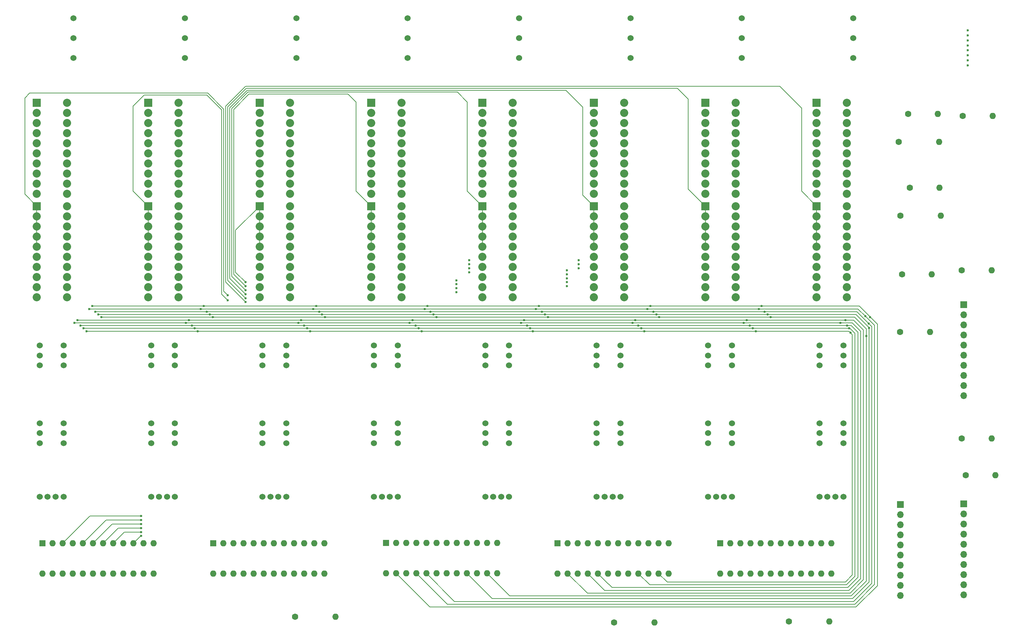
<source format=gbr>
%TF.GenerationSoftware,KiCad,Pcbnew,8.0.6*%
%TF.CreationDate,2024-12-09T18:37:17+11:00*%
%TF.ProjectId,mixer,6d697865-722e-46b6-9963-61645f706362,rev?*%
%TF.SameCoordinates,Original*%
%TF.FileFunction,Copper,L3,Inr*%
%TF.FilePolarity,Positive*%
%FSLAX46Y46*%
G04 Gerber Fmt 4.6, Leading zero omitted, Abs format (unit mm)*
G04 Created by KiCad (PCBNEW 8.0.6) date 2024-12-09 18:37:17*
%MOMM*%
%LPD*%
G01*
G04 APERTURE LIST*
%TA.AperFunction,ComponentPad*%
%ADD10C,1.524000*%
%TD*%
%TA.AperFunction,ComponentPad*%
%ADD11R,2.032000X2.032000*%
%TD*%
%TA.AperFunction,ComponentPad*%
%ADD12C,2.032000*%
%TD*%
%TA.AperFunction,ComponentPad*%
%ADD13C,1.600000*%
%TD*%
%TA.AperFunction,ComponentPad*%
%ADD14O,1.600000X1.600000*%
%TD*%
%TA.AperFunction,ComponentPad*%
%ADD15R,1.700000X1.700000*%
%TD*%
%TA.AperFunction,ComponentPad*%
%ADD16O,1.700000X1.700000*%
%TD*%
%TA.AperFunction,ComponentPad*%
%ADD17R,1.600000X1.600000*%
%TD*%
%TA.AperFunction,ViaPad*%
%ADD18C,0.600000*%
%TD*%
%TA.AperFunction,Conductor*%
%ADD19C,0.200000*%
%TD*%
G04 APERTURE END LIST*
D10*
%TO.N,Net-(U6-I3)*%
%TO.C,solo4*%
X172000000Y-136420000D03*
%TO.N,GND*%
X166000000Y-136420000D03*
%TO.N,Net-(U4-SEG_D)*%
X166000000Y-141420000D03*
%TO.N,Net-(U4-DIG_1)*%
X172000000Y-141420000D03*
%TO.N,N/C*%
X172000000Y-138920000D03*
X166000000Y-138920000D03*
%TD*%
%TO.N,Net-(SW4-C)*%
%TO.C,SW4*%
X174500000Y-64170000D03*
%TO.N,Net-(SW4-B)*%
X174500000Y-54170000D03*
%TO.N,GND*%
X174500000Y-59170000D03*
%TD*%
%TO.N,Net-(U6-I6)*%
%TO.C,solo7*%
X256000000Y-136420000D03*
%TO.N,GND*%
X250000000Y-136420000D03*
%TO.N,Net-(U4-SEG_G)*%
X250000000Y-141420000D03*
%TO.N,Net-(U4-DIG_1)*%
X256000000Y-141420000D03*
%TO.N,N/C*%
X256000000Y-138920000D03*
X250000000Y-138920000D03*
%TD*%
%TO.N,GND*%
%TO.C,oled7*%
X250000000Y-174420000D03*
%TO.N,+5V*%
X252000000Y-174420000D03*
%TO.N,Net-(U7-SC6)*%
X254000000Y-174420000D03*
%TO.N,Net-(U7-SD6)*%
X256000000Y-174420000D03*
%TD*%
%TO.N,Net-(U6-I4)*%
%TO.C,solo5*%
X200000000Y-136420000D03*
%TO.N,GND*%
X194000000Y-136420000D03*
%TO.N,Net-(U4-SEG_E)*%
X194000000Y-141420000D03*
%TO.N,Net-(U4-DIG_1)*%
X200000000Y-141420000D03*
%TO.N,N/C*%
X200000000Y-138920000D03*
X194000000Y-138920000D03*
%TD*%
%TO.N,Net-(SW7-C)*%
%TO.C,SW7*%
X258500000Y-64170000D03*
%TO.N,Net-(SW7-B)*%
X258500000Y-54170000D03*
%TO.N,GND*%
X258500000Y-59170000D03*
%TD*%
D11*
%TO.N,Net-(U9-DIG_7)*%
%TO.C,BAR14*%
X221297500Y-101420000D03*
D12*
X221297500Y-103960000D03*
X221297500Y-106500000D03*
X221297500Y-109040000D03*
X221297500Y-111580000D03*
%TO.N,Net-(U10-DIG_7)*%
X221297500Y-114120000D03*
X221297500Y-116660000D03*
X221297500Y-119200000D03*
X221297500Y-121740000D03*
X221297500Y-124280000D03*
%TO.N,Net-(U10-SEG_E)*%
X228917500Y-124280000D03*
%TO.N,Net-(U10-SEG_D)*%
X228917500Y-121740000D03*
%TO.N,Net-(U10-SEG_C)*%
X228917500Y-119200000D03*
%TO.N,Net-(U10-SEG_B)*%
X228917500Y-116660000D03*
%TO.N,Net-(U10-SEG_A)*%
X228917500Y-114120000D03*
%TO.N,Net-(U9-SEG_E)*%
X228917500Y-111580000D03*
%TO.N,Net-(U9-SEG_D)*%
X228917500Y-109040000D03*
%TO.N,Net-(U9-SEG_C)*%
X228917500Y-106500000D03*
%TO.N,Net-(U9-SEG_B)*%
X228917500Y-103960000D03*
%TO.N,Net-(U9-SEG_A)*%
X228917500Y-101420000D03*
%TD*%
D11*
%TO.N,Net-(U9-DIG_4)*%
%TO.C,BAR10*%
X109297500Y-101420000D03*
D12*
X109297500Y-103960000D03*
X109297500Y-106500000D03*
X109297500Y-109040000D03*
X109297500Y-111580000D03*
%TO.N,Net-(U10-DIG_4)*%
X109297500Y-114120000D03*
X109297500Y-116660000D03*
X109297500Y-119200000D03*
X109297500Y-121740000D03*
X109297500Y-124280000D03*
%TO.N,Net-(U10-SEG_E)*%
X116917500Y-124280000D03*
%TO.N,Net-(U10-SEG_D)*%
X116917500Y-121740000D03*
%TO.N,Net-(U10-SEG_C)*%
X116917500Y-119200000D03*
%TO.N,Net-(U10-SEG_B)*%
X116917500Y-116660000D03*
%TO.N,Net-(U10-SEG_A)*%
X116917500Y-114120000D03*
%TO.N,Net-(U9-SEG_E)*%
X116917500Y-111580000D03*
%TO.N,Net-(U9-SEG_D)*%
X116917500Y-109040000D03*
%TO.N,Net-(U9-SEG_C)*%
X116917500Y-106500000D03*
%TO.N,Net-(U9-SEG_B)*%
X116917500Y-103960000D03*
%TO.N,Net-(U9-SEG_A)*%
X116917500Y-101420000D03*
%TD*%
D10*
%TO.N,Net-(SW8-B)*%
%TO.C,SW8*%
X286500000Y-64170000D03*
%TO.N,Net-(SW8-A)*%
X286500000Y-54170000D03*
%TO.N,GND*%
X286500000Y-59170000D03*
%TD*%
%TO.N,GND*%
%TO.C,oled3*%
X138000000Y-174420000D03*
%TO.N,+5V*%
X140000000Y-174420000D03*
%TO.N,Net-(U7-SC2)*%
X142000000Y-174420000D03*
%TO.N,Net-(U7-SD2)*%
X144000000Y-174420000D03*
%TD*%
%TO.N,GND*%
%TO.C,oled8*%
X278000000Y-174420000D03*
%TO.N,+5V*%
X280000000Y-174420000D03*
%TO.N,Net-(U7-SC7)*%
X282000000Y-174420000D03*
%TO.N,Net-(U7-SD7)*%
X284000000Y-174420000D03*
%TD*%
%TO.N,GND*%
%TO.C,oled1*%
X82000000Y-174420000D03*
%TO.N,+5V*%
X84000000Y-174420000D03*
%TO.N,Net-(U7-SC0)*%
X86000000Y-174420000D03*
%TO.N,Net-(U7-SD0)*%
X88000000Y-174420000D03*
%TD*%
%TO.N,Net-(SW5-A)*%
%TO.C,SW5*%
X202500000Y-64170000D03*
%TO.N,Net-(SW5-C)*%
X202500000Y-54170000D03*
%TO.N,GND*%
X202500000Y-59170000D03*
%TD*%
%TO.N,Net-(U6-I8)*%
%TO.C,mute9*%
X88000000Y-155920000D03*
%TO.N,GND*%
X82000000Y-155920000D03*
%TO.N,Net-(U4-SEG_A)*%
X82000000Y-160920000D03*
%TO.N,Net-(U4-DIG_0)*%
X88000000Y-160920000D03*
%TO.N,N/C*%
X88000000Y-158420000D03*
X82000000Y-158420000D03*
%TD*%
%TO.N,Net-(U6-I11)*%
%TO.C,mute12*%
X172000000Y-155920000D03*
%TO.N,GND*%
X166000000Y-155920000D03*
%TO.N,Net-(U4-SEG_D)*%
X166000000Y-160920000D03*
%TO.N,Net-(U4-DIG_0)*%
X172000000Y-160920000D03*
%TO.N,N/C*%
X172000000Y-158420000D03*
X166000000Y-158420000D03*
%TD*%
D11*
%TO.N,Net-(U9-DIG_1)*%
%TO.C,BAR16*%
X277297500Y-101420000D03*
D12*
X277297500Y-103960000D03*
X277297500Y-106500000D03*
X277297500Y-109040000D03*
X277297500Y-111580000D03*
%TO.N,Net-(U10-DIG_1)*%
X277297500Y-114120000D03*
X277297500Y-116660000D03*
X277297500Y-119200000D03*
X277297500Y-121740000D03*
X277297500Y-124280000D03*
%TO.N,Net-(U10-SEG_E)*%
X284917500Y-124280000D03*
%TO.N,Net-(U10-SEG_D)*%
X284917500Y-121740000D03*
%TO.N,Net-(U10-SEG_C)*%
X284917500Y-119200000D03*
%TO.N,Net-(U10-SEG_B)*%
X284917500Y-116660000D03*
%TO.N,Net-(U10-SEG_A)*%
X284917500Y-114120000D03*
%TO.N,Net-(U9-SEG_E)*%
X284917500Y-111580000D03*
%TO.N,Net-(U9-SEG_D)*%
X284917500Y-109040000D03*
%TO.N,Net-(U9-SEG_C)*%
X284917500Y-106500000D03*
%TO.N,Net-(U9-SEG_B)*%
X284917500Y-103960000D03*
%TO.N,Net-(U9-SEG_A)*%
X284917500Y-101420000D03*
%TD*%
D13*
%TO.N,GND*%
%TO.C,C1*%
X300670000Y-96750000D03*
D14*
%TO.N,+5V*%
X308170000Y-96750000D03*
%TD*%
D13*
%TO.N,GND*%
%TO.C,C2*%
X314000000Y-78750000D03*
D14*
%TO.N,+5V*%
X321500000Y-78750000D03*
%TD*%
D10*
%TO.N,Net-(U6-I7)*%
%TO.C,solo8*%
X284000000Y-136420000D03*
%TO.N,GND*%
X278000000Y-136420000D03*
%TO.N,Net-(U4-SEG_DP)*%
X278000000Y-141420000D03*
%TO.N,Net-(U4-DIG_1)*%
X284000000Y-141420000D03*
%TO.N,N/C*%
X284000000Y-138920000D03*
X278000000Y-138920000D03*
%TD*%
%TO.N,GND*%
%TO.C,oled6*%
X222000000Y-174420000D03*
%TO.N,+5V*%
X224000000Y-174420000D03*
%TO.N,Net-(U7-SC5)*%
X226000000Y-174420000D03*
%TO.N,Net-(U7-SD5)*%
X228000000Y-174420000D03*
%TD*%
D11*
%TO.N,Net-(U9-DIG_0)*%
%TO.C,BAR9*%
X81297500Y-101420000D03*
D12*
X81297500Y-103960000D03*
X81297500Y-106500000D03*
X81297500Y-109040000D03*
X81297500Y-111580000D03*
%TO.N,Net-(U10-DIG_0)*%
X81297500Y-114120000D03*
X81297500Y-116660000D03*
X81297500Y-119200000D03*
X81297500Y-121740000D03*
X81297500Y-124280000D03*
%TO.N,Net-(U10-SEG_E)*%
X88917500Y-124280000D03*
%TO.N,Net-(U10-SEG_D)*%
X88917500Y-121740000D03*
%TO.N,Net-(U10-SEG_C)*%
X88917500Y-119200000D03*
%TO.N,Net-(U10-SEG_B)*%
X88917500Y-116660000D03*
%TO.N,Net-(U10-SEG_A)*%
X88917500Y-114120000D03*
%TO.N,Net-(U9-SEG_E)*%
X88917500Y-111580000D03*
%TO.N,Net-(U9-SEG_D)*%
X88917500Y-109040000D03*
%TO.N,Net-(U9-SEG_C)*%
X88917500Y-106500000D03*
%TO.N,Net-(U9-SEG_B)*%
X88917500Y-103960000D03*
%TO.N,Net-(U9-SEG_A)*%
X88917500Y-101420000D03*
%TD*%
D11*
%TO.N,Net-(U9-DIG_5)*%
%TO.C,BAR15*%
X249297500Y-101420000D03*
D12*
X249297500Y-103960000D03*
X249297500Y-106500000D03*
X249297500Y-109040000D03*
X249297500Y-111580000D03*
%TO.N,Net-(U10-DIG_5)*%
X249297500Y-114120000D03*
X249297500Y-116660000D03*
X249297500Y-119200000D03*
X249297500Y-121740000D03*
X249297500Y-124280000D03*
%TO.N,Net-(U10-SEG_E)*%
X256917500Y-124280000D03*
%TO.N,Net-(U10-SEG_D)*%
X256917500Y-121740000D03*
%TO.N,Net-(U10-SEG_C)*%
X256917500Y-119200000D03*
%TO.N,Net-(U10-SEG_B)*%
X256917500Y-116660000D03*
%TO.N,Net-(U10-SEG_A)*%
X256917500Y-114120000D03*
%TO.N,Net-(U9-SEG_E)*%
X256917500Y-111580000D03*
%TO.N,Net-(U9-SEG_D)*%
X256917500Y-109040000D03*
%TO.N,Net-(U9-SEG_C)*%
X256917500Y-106500000D03*
%TO.N,Net-(U9-SEG_B)*%
X256917500Y-103960000D03*
%TO.N,Net-(U9-SEG_A)*%
X256917500Y-101420000D03*
%TD*%
D10*
%TO.N,GND*%
%TO.C,oled2*%
X110000000Y-174420000D03*
%TO.N,+5V*%
X112000000Y-174420000D03*
%TO.N,Net-(U7-SC1)*%
X114000000Y-174420000D03*
%TO.N,Net-(U7-SD1)*%
X116000000Y-174420000D03*
%TD*%
D11*
%TO.N,Net-(U9-DIG_6)*%
%TO.C,BAR11*%
X137297500Y-101420000D03*
D12*
X137297500Y-103960000D03*
X137297500Y-106500000D03*
X137297500Y-109040000D03*
X137297500Y-111580000D03*
%TO.N,Net-(U10-DIG_6)*%
X137297500Y-114120000D03*
X137297500Y-116660000D03*
X137297500Y-119200000D03*
X137297500Y-121740000D03*
X137297500Y-124280000D03*
%TO.N,Net-(U10-SEG_E)*%
X144917500Y-124280000D03*
%TO.N,Net-(U10-SEG_D)*%
X144917500Y-121740000D03*
%TO.N,Net-(U10-SEG_C)*%
X144917500Y-119200000D03*
%TO.N,Net-(U10-SEG_B)*%
X144917500Y-116660000D03*
%TO.N,Net-(U10-SEG_A)*%
X144917500Y-114120000D03*
%TO.N,Net-(U9-SEG_E)*%
X144917500Y-111580000D03*
%TO.N,Net-(U9-SEG_D)*%
X144917500Y-109040000D03*
%TO.N,Net-(U9-SEG_C)*%
X144917500Y-106500000D03*
%TO.N,Net-(U9-SEG_B)*%
X144917500Y-103960000D03*
%TO.N,Net-(U9-SEG_A)*%
X144917500Y-101420000D03*
%TD*%
D15*
%TO.N,/display/SDA*%
%TO.C, 111*%
X314250000Y-176170000D03*
D16*
%TO.N,unconnected-( 111-Pad2)*%
X314250000Y-178710000D03*
%TO.N,unconnected-( 111-Pad3)*%
X314250000Y-181250000D03*
%TO.N,unconnected-( 111-Pad4)*%
X314250000Y-183790000D03*
%TO.N,unconnected-( 111-Pad5)*%
X314250000Y-186330000D03*
%TO.N,unconnected-( 111-Pad6)*%
X314250000Y-188870000D03*
%TO.N,unconnected-( 111-Pad7)*%
X314250000Y-191410000D03*
%TO.N,unconnected-( 111-Pad8)*%
X314250000Y-193950000D03*
%TO.N,unconnected-( 111-Pad9)*%
X314250000Y-196490000D03*
%TO.N,unconnected-( 111-Pad10)*%
X314250000Y-199030000D03*
%TD*%
D11*
%TO.N,Net-(U11-DIG_2)*%
%TO.C,BAR4*%
X165297500Y-75420000D03*
D12*
X165297500Y-77960000D03*
X165297500Y-80500000D03*
X165297500Y-83040000D03*
X165297500Y-85580000D03*
%TO.N,Net-(U12-DIG_2)*%
X165297500Y-88120000D03*
X165297500Y-90660000D03*
X165297500Y-93200000D03*
X165297500Y-95740000D03*
X165297500Y-98280000D03*
%TO.N,Net-(U12-SEG_E)*%
X172917500Y-98280000D03*
%TO.N,Net-(U12-SEG_D)*%
X172917500Y-95740000D03*
%TO.N,Net-(U12-SEG_C)*%
X172917500Y-93200000D03*
%TO.N,Net-(U12-SEG_B)*%
X172917500Y-90660000D03*
%TO.N,Net-(U12-SEG_A)*%
X172917500Y-88120000D03*
%TO.N,Net-(U11-SEG_E)*%
X172917500Y-85580000D03*
%TO.N,Net-(U11-SEG_D)*%
X172917500Y-83040000D03*
%TO.N,Net-(U11-SEG_C)*%
X172917500Y-80500000D03*
%TO.N,Net-(U11-SEG_B)*%
X172917500Y-77960000D03*
%TO.N,Net-(U11-SEG_A)*%
X172917500Y-75420000D03*
%TD*%
D10*
%TO.N,Net-(SW3-A)*%
%TO.C,SW3*%
X146500000Y-64170000D03*
%TO.N,Net-(SW3-B)*%
X146500000Y-54170000D03*
%TO.N,GND*%
X146500000Y-59170000D03*
%TD*%
D13*
%TO.N,GND*%
%TO.C,R1*%
X146170000Y-204500000D03*
D14*
%TO.N,Net-(U9-ISET)*%
X156330000Y-204500000D03*
%TD*%
D11*
%TO.N,Net-(U9-DIG_2)*%
%TO.C,BAR12*%
X165297500Y-101420000D03*
D12*
X165297500Y-103960000D03*
X165297500Y-106500000D03*
X165297500Y-109040000D03*
X165297500Y-111580000D03*
%TO.N,Net-(U10-DIG_2)*%
X165297500Y-114120000D03*
X165297500Y-116660000D03*
X165297500Y-119200000D03*
X165297500Y-121740000D03*
X165297500Y-124280000D03*
%TO.N,Net-(U10-SEG_E)*%
X172917500Y-124280000D03*
%TO.N,Net-(U10-SEG_D)*%
X172917500Y-121740000D03*
%TO.N,Net-(U10-SEG_C)*%
X172917500Y-119200000D03*
%TO.N,Net-(U10-SEG_B)*%
X172917500Y-116660000D03*
%TO.N,Net-(U10-SEG_A)*%
X172917500Y-114120000D03*
%TO.N,Net-(U9-SEG_E)*%
X172917500Y-111580000D03*
%TO.N,Net-(U9-SEG_D)*%
X172917500Y-109040000D03*
%TO.N,Net-(U9-SEG_C)*%
X172917500Y-106500000D03*
%TO.N,Net-(U9-SEG_B)*%
X172917500Y-103960000D03*
%TO.N,Net-(U9-SEG_A)*%
X172917500Y-101420000D03*
%TD*%
D13*
%TO.N,GND*%
%TO.C,R2*%
X297920000Y-85250000D03*
D14*
%TO.N,Net-(U10-ISET)*%
X308080000Y-85250000D03*
%TD*%
D10*
%TO.N,Net-(U6-I1)*%
%TO.C,solo2*%
X116000000Y-136420000D03*
%TO.N,GND*%
X110000000Y-136420000D03*
%TO.N,Net-(U4-SEG_B)*%
X110000000Y-141420000D03*
%TO.N,Net-(U4-DIG_1)*%
X116000000Y-141420000D03*
%TO.N,N/C*%
X116000000Y-138920000D03*
X110000000Y-138920000D03*
%TD*%
D11*
%TO.N,Net-(U11-DIG_3)*%
%TO.C,BAR5*%
X193297500Y-75420000D03*
D12*
X193297500Y-77960000D03*
X193297500Y-80500000D03*
X193297500Y-83040000D03*
X193297500Y-85580000D03*
%TO.N,Net-(U12-DIG_3)*%
X193297500Y-88120000D03*
X193297500Y-90660000D03*
X193297500Y-93200000D03*
X193297500Y-95740000D03*
X193297500Y-98280000D03*
%TO.N,Net-(U12-SEG_E)*%
X200917500Y-98280000D03*
%TO.N,Net-(U12-SEG_D)*%
X200917500Y-95740000D03*
%TO.N,Net-(U12-SEG_C)*%
X200917500Y-93200000D03*
%TO.N,Net-(U12-SEG_B)*%
X200917500Y-90660000D03*
%TO.N,Net-(U12-SEG_A)*%
X200917500Y-88120000D03*
%TO.N,Net-(U11-SEG_E)*%
X200917500Y-85580000D03*
%TO.N,Net-(U11-SEG_D)*%
X200917500Y-83040000D03*
%TO.N,Net-(U11-SEG_C)*%
X200917500Y-80500000D03*
%TO.N,Net-(U11-SEG_B)*%
X200917500Y-77960000D03*
%TO.N,Net-(U11-SEG_A)*%
X200917500Y-75420000D03*
%TD*%
D13*
%TO.N,GND*%
%TO.C,R3*%
X298340000Y-103750000D03*
D14*
%TO.N,Net-(U11-ISET)*%
X308500000Y-103750000D03*
%TD*%
D10*
%TO.N,Net-(U6-I9)*%
%TO.C,mute10*%
X116000000Y-155920000D03*
%TO.N,GND*%
X110000000Y-155920000D03*
%TO.N,Net-(U4-SEG_B)*%
X110000000Y-160920000D03*
%TO.N,Net-(U4-DIG_0)*%
X116000000Y-160920000D03*
%TO.N,N/C*%
X116000000Y-158420000D03*
X110000000Y-158420000D03*
%TD*%
D13*
%TO.N,GND*%
%TO.C,C12*%
X313750000Y-117500000D03*
D14*
%TO.N,+5V*%
X321250000Y-117500000D03*
%TD*%
D15*
%TO.N,/display/SCL*%
%TO.C, 11*%
X314250000Y-126130000D03*
D16*
%TO.N,/display/A0*%
X314250000Y-128670000D03*
%TO.N,/display/A1*%
X314250000Y-131210000D03*
%TO.N,/display/A2*%
X314250000Y-133750000D03*
%TO.N,/gain/COM*%
X314250000Y-136290000D03*
%TO.N,/gain/S0*%
X314250000Y-138830000D03*
%TO.N,/gain/S1*%
X314250000Y-141370000D03*
%TO.N,/gain/S2*%
X314250000Y-143910000D03*
%TO.N,/gain/S3*%
X314250000Y-146450000D03*
%TO.N,/buttons/COM*%
X314250000Y-148990000D03*
%TD*%
D13*
%TO.N,+5V*%
%TO.C,R5*%
X270340000Y-205750000D03*
D14*
%TO.N,Net-(U4-ISET)*%
X280500000Y-205750000D03*
%TD*%
D11*
%TO.N,Net-(U11-DIG_6)*%
%TO.C,BAR3*%
X137297500Y-75420000D03*
D12*
X137297500Y-77960000D03*
X137297500Y-80500000D03*
X137297500Y-83040000D03*
X137297500Y-85580000D03*
%TO.N,Net-(U12-DIG_6)*%
X137297500Y-88120000D03*
X137297500Y-90660000D03*
X137297500Y-93200000D03*
X137297500Y-95740000D03*
X137297500Y-98280000D03*
%TO.N,Net-(U12-SEG_E)*%
X144917500Y-98280000D03*
%TO.N,Net-(U12-SEG_D)*%
X144917500Y-95740000D03*
%TO.N,Net-(U12-SEG_C)*%
X144917500Y-93200000D03*
%TO.N,Net-(U12-SEG_B)*%
X144917500Y-90660000D03*
%TO.N,Net-(U12-SEG_A)*%
X144917500Y-88120000D03*
%TO.N,Net-(U11-SEG_E)*%
X144917500Y-85580000D03*
%TO.N,Net-(U11-SEG_D)*%
X144917500Y-83040000D03*
%TO.N,Net-(U11-SEG_C)*%
X144917500Y-80500000D03*
%TO.N,Net-(U11-SEG_B)*%
X144917500Y-77960000D03*
%TO.N,Net-(U11-SEG_A)*%
X144917500Y-75420000D03*
%TD*%
D10*
%TO.N,Net-(U6-I10)*%
%TO.C,mute11*%
X144000000Y-155920000D03*
%TO.N,GND*%
X138000000Y-155920000D03*
%TO.N,Net-(U4-SEG_C)*%
X138000000Y-160920000D03*
%TO.N,Net-(U4-DIG_0)*%
X144000000Y-160920000D03*
%TO.N,N/C*%
X144000000Y-158420000D03*
X138000000Y-158420000D03*
%TD*%
%TO.N,Net-(U6-I2)*%
%TO.C,solo3*%
X144000000Y-136420000D03*
%TO.N,GND*%
X138000000Y-136420000D03*
%TO.N,Net-(U4-SEG_C)*%
X138000000Y-141420000D03*
%TO.N,Net-(U4-DIG_1)*%
X144000000Y-141420000D03*
%TO.N,N/C*%
X144000000Y-138920000D03*
X138000000Y-138920000D03*
%TD*%
D11*
%TO.N,Net-(U11-DIG_1)*%
%TO.C,BAR8*%
X277297500Y-75420000D03*
D12*
X277297500Y-77960000D03*
X277297500Y-80500000D03*
X277297500Y-83040000D03*
X277297500Y-85580000D03*
%TO.N,Net-(U12-DIG_1)*%
X277297500Y-88120000D03*
X277297500Y-90660000D03*
X277297500Y-93200000D03*
X277297500Y-95740000D03*
X277297500Y-98280000D03*
%TO.N,Net-(U12-SEG_E)*%
X284917500Y-98280000D03*
%TO.N,Net-(U12-SEG_D)*%
X284917500Y-95740000D03*
%TO.N,Net-(U12-SEG_C)*%
X284917500Y-93200000D03*
%TO.N,Net-(U12-SEG_B)*%
X284917500Y-90660000D03*
%TO.N,Net-(U12-SEG_A)*%
X284917500Y-88120000D03*
%TO.N,Net-(U11-SEG_E)*%
X284917500Y-85580000D03*
%TO.N,Net-(U11-SEG_D)*%
X284917500Y-83040000D03*
%TO.N,Net-(U11-SEG_C)*%
X284917500Y-80500000D03*
%TO.N,Net-(U11-SEG_B)*%
X284917500Y-77960000D03*
%TO.N,Net-(U11-SEG_A)*%
X284917500Y-75420000D03*
%TD*%
D10*
%TO.N,Net-(U6-I12)*%
%TO.C,mute13*%
X200000000Y-155920000D03*
%TO.N,GND*%
X194000000Y-155920000D03*
%TO.N,Net-(U4-SEG_E)*%
X194000000Y-160920000D03*
%TO.N,Net-(U4-DIG_0)*%
X200000000Y-160920000D03*
%TO.N,N/C*%
X200000000Y-158420000D03*
X194000000Y-158420000D03*
%TD*%
%TO.N,GND*%
%TO.C,oled5*%
X194000000Y-174420000D03*
%TO.N,+5V*%
X196000000Y-174420000D03*
%TO.N,Net-(U7-SC4)*%
X198000000Y-174420000D03*
%TO.N,Net-(U7-SD4)*%
X200000000Y-174420000D03*
%TD*%
D13*
%TO.N,GND*%
%TO.C,R4*%
X226340000Y-206000000D03*
D14*
%TO.N,Net-(U12-ISET)*%
X236500000Y-206000000D03*
%TD*%
D11*
%TO.N,Net-(U11-DIG_7)*%
%TO.C,BAR6*%
X221297500Y-75420000D03*
D12*
X221297500Y-77960000D03*
X221297500Y-80500000D03*
X221297500Y-83040000D03*
X221297500Y-85580000D03*
%TO.N,Net-(U12-DIG_7)*%
X221297500Y-88120000D03*
X221297500Y-90660000D03*
X221297500Y-93200000D03*
X221297500Y-95740000D03*
X221297500Y-98280000D03*
%TO.N,Net-(U12-SEG_E)*%
X228917500Y-98280000D03*
%TO.N,Net-(U12-SEG_D)*%
X228917500Y-95740000D03*
%TO.N,Net-(U12-SEG_C)*%
X228917500Y-93200000D03*
%TO.N,Net-(U12-SEG_B)*%
X228917500Y-90660000D03*
%TO.N,Net-(U12-SEG_A)*%
X228917500Y-88120000D03*
%TO.N,Net-(U11-SEG_E)*%
X228917500Y-85580000D03*
%TO.N,Net-(U11-SEG_D)*%
X228917500Y-83040000D03*
%TO.N,Net-(U11-SEG_C)*%
X228917500Y-80500000D03*
%TO.N,Net-(U11-SEG_B)*%
X228917500Y-77960000D03*
%TO.N,Net-(U11-SEG_A)*%
X228917500Y-75420000D03*
%TD*%
D11*
%TO.N,Net-(U11-DIG_5)*%
%TO.C,BAR7*%
X249297500Y-75420000D03*
D12*
X249297500Y-77960000D03*
X249297500Y-80500000D03*
X249297500Y-83040000D03*
X249297500Y-85580000D03*
%TO.N,Net-(U12-DIG_5)*%
X249297500Y-88120000D03*
X249297500Y-90660000D03*
X249297500Y-93200000D03*
X249297500Y-95740000D03*
X249297500Y-98280000D03*
%TO.N,Net-(U12-SEG_E)*%
X256917500Y-98280000D03*
%TO.N,Net-(U12-SEG_D)*%
X256917500Y-95740000D03*
%TO.N,Net-(U12-SEG_C)*%
X256917500Y-93200000D03*
%TO.N,Net-(U12-SEG_B)*%
X256917500Y-90660000D03*
%TO.N,Net-(U12-SEG_A)*%
X256917500Y-88120000D03*
%TO.N,Net-(U11-SEG_E)*%
X256917500Y-85580000D03*
%TO.N,Net-(U11-SEG_D)*%
X256917500Y-83040000D03*
%TO.N,Net-(U11-SEG_C)*%
X256917500Y-80500000D03*
%TO.N,Net-(U11-SEG_B)*%
X256917500Y-77960000D03*
%TO.N,Net-(U11-SEG_A)*%
X256917500Y-75420000D03*
%TD*%
D13*
%TO.N,GND*%
%TO.C,C10*%
X314750000Y-169000000D03*
D14*
%TO.N,+5V*%
X322250000Y-169000000D03*
%TD*%
D11*
%TO.N,Net-(U11-DIG_0)*%
%TO.C,BAR1*%
X81297500Y-75420000D03*
D12*
X81297500Y-77960000D03*
X81297500Y-80500000D03*
X81297500Y-83040000D03*
X81297500Y-85580000D03*
%TO.N,Net-(U12-DIG_0)*%
X81297500Y-88120000D03*
X81297500Y-90660000D03*
X81297500Y-93200000D03*
X81297500Y-95740000D03*
X81297500Y-98280000D03*
%TO.N,Net-(U12-SEG_E)*%
X88917500Y-98280000D03*
%TO.N,Net-(U12-SEG_D)*%
X88917500Y-95740000D03*
%TO.N,Net-(U12-SEG_C)*%
X88917500Y-93200000D03*
%TO.N,Net-(U12-SEG_B)*%
X88917500Y-90660000D03*
%TO.N,Net-(U12-SEG_A)*%
X88917500Y-88120000D03*
%TO.N,Net-(U11-SEG_E)*%
X88917500Y-85580000D03*
%TO.N,Net-(U11-SEG_D)*%
X88917500Y-83040000D03*
%TO.N,Net-(U11-SEG_C)*%
X88917500Y-80500000D03*
%TO.N,Net-(U11-SEG_B)*%
X88917500Y-77960000D03*
%TO.N,Net-(U11-SEG_A)*%
X88917500Y-75420000D03*
%TD*%
D10*
%TO.N,Net-(SW2-C)*%
%TO.C,SW2*%
X118500000Y-64170000D03*
%TO.N,Net-(SW2-B)*%
X118500000Y-54170000D03*
%TO.N,GND*%
X118500000Y-59170000D03*
%TD*%
%TO.N,Net-(SW1-B)*%
%TO.C,SW1*%
X90500000Y-64170000D03*
%TO.N,Net-(SW1-C)*%
X90500000Y-54170000D03*
%TO.N,GND*%
X90500000Y-59170000D03*
%TD*%
%TO.N,Net-(U6-I0)*%
%TO.C,solo1*%
X88000000Y-136420000D03*
%TO.N,GND*%
X82000000Y-136420000D03*
%TO.N,Net-(U4-SEG_A)*%
X82000000Y-141420000D03*
%TO.N,Net-(U4-DIG_1)*%
X88000000Y-141420000D03*
%TO.N,N/C*%
X88000000Y-138920000D03*
X82000000Y-138920000D03*
%TD*%
D13*
%TO.N,GND*%
%TO.C,C13*%
X300250000Y-78250000D03*
D14*
%TO.N,+5V*%
X307750000Y-78250000D03*
%TD*%
D10*
%TO.N,Net-(U6-I15)*%
%TO.C,mute16*%
X284000000Y-155920000D03*
%TO.N,GND*%
X278000000Y-155920000D03*
%TO.N,Net-(U4-SEG_DP)*%
X278000000Y-160920000D03*
%TO.N,Net-(U4-DIG_0)*%
X284000000Y-160920000D03*
%TO.N,N/C*%
X284000000Y-158420000D03*
X278000000Y-158420000D03*
%TD*%
%TO.N,GND*%
%TO.C,oled4*%
X166000000Y-174420000D03*
%TO.N,+5V*%
X168000000Y-174420000D03*
%TO.N,Net-(U7-SC3)*%
X170000000Y-174420000D03*
%TO.N,Net-(U7-SD3)*%
X172000000Y-174420000D03*
%TD*%
D13*
%TO.N,+5V*%
%TO.C,C11*%
X313750000Y-159750000D03*
D14*
%TO.N,GND*%
X321250000Y-159750000D03*
%TD*%
D10*
%TO.N,Net-(U6-I5)*%
%TO.C,solo6*%
X228000000Y-136420000D03*
%TO.N,GND*%
X222000000Y-136420000D03*
%TO.N,Net-(U4-SEG_F)*%
X222000000Y-141420000D03*
%TO.N,Net-(U4-DIG_1)*%
X228000000Y-141420000D03*
%TO.N,N/C*%
X228000000Y-138920000D03*
X222000000Y-138920000D03*
%TD*%
D14*
%TO.N,+5V*%
%TO.C,C9*%
X306250000Y-118500000D03*
D13*
%TO.N,GND*%
X298750000Y-118500000D03*
%TD*%
%TO.N,GND*%
%TO.C,C8*%
X298250000Y-133000000D03*
D14*
%TO.N,+5V*%
X305750000Y-133000000D03*
%TD*%
D10*
%TO.N,Net-(U6-I13)*%
%TO.C,mute14*%
X228000000Y-155920000D03*
%TO.N,GND*%
X222000000Y-155920000D03*
%TO.N,Net-(U4-SEG_F)*%
X222000000Y-160920000D03*
%TO.N,Net-(U4-DIG_0)*%
X228000000Y-160920000D03*
%TO.N,N/C*%
X228000000Y-158420000D03*
X222000000Y-158420000D03*
%TD*%
%TO.N,Net-(SW6-C)*%
%TO.C,SW6*%
X230500000Y-64170000D03*
%TO.N,Net-(SW6-B)*%
X230500000Y-54170000D03*
%TO.N,GND*%
X230500000Y-59170000D03*
%TD*%
%TO.N,Net-(U6-I14)*%
%TO.C,mute15*%
X256000000Y-155920000D03*
%TO.N,GND*%
X250000000Y-155920000D03*
%TO.N,Net-(U4-SEG_G)*%
X250000000Y-160920000D03*
%TO.N,Net-(U4-DIG_0)*%
X256000000Y-160920000D03*
%TO.N,N/C*%
X256000000Y-158420000D03*
X250000000Y-158420000D03*
%TD*%
D11*
%TO.N,Net-(U11-DIG_4)*%
%TO.C,BAR2*%
X109297500Y-75420000D03*
D12*
X109297500Y-77960000D03*
X109297500Y-80500000D03*
X109297500Y-83040000D03*
X109297500Y-85580000D03*
%TO.N,Net-(U12-DIG_4)*%
X109297500Y-88120000D03*
X109297500Y-90660000D03*
X109297500Y-93200000D03*
X109297500Y-95740000D03*
X109297500Y-98280000D03*
%TO.N,Net-(U12-SEG_E)*%
X116917500Y-98280000D03*
%TO.N,Net-(U12-SEG_D)*%
X116917500Y-95740000D03*
%TO.N,Net-(U12-SEG_C)*%
X116917500Y-93200000D03*
%TO.N,Net-(U12-SEG_B)*%
X116917500Y-90660000D03*
%TO.N,Net-(U12-SEG_A)*%
X116917500Y-88120000D03*
%TO.N,Net-(U11-SEG_E)*%
X116917500Y-85580000D03*
%TO.N,Net-(U11-SEG_D)*%
X116917500Y-83040000D03*
%TO.N,Net-(U11-SEG_C)*%
X116917500Y-80500000D03*
%TO.N,Net-(U11-SEG_B)*%
X116917500Y-77960000D03*
%TO.N,Net-(U11-SEG_A)*%
X116917500Y-75420000D03*
%TD*%
D11*
%TO.N,Net-(U9-DIG_3)*%
%TO.C,BAR13*%
X193297500Y-101420000D03*
D12*
X193297500Y-103960000D03*
X193297500Y-106500000D03*
X193297500Y-109040000D03*
X193297500Y-111580000D03*
%TO.N,Net-(U10-DIG_3)*%
X193297500Y-114120000D03*
X193297500Y-116660000D03*
X193297500Y-119200000D03*
X193297500Y-121740000D03*
X193297500Y-124280000D03*
%TO.N,Net-(U10-SEG_E)*%
X200917500Y-124280000D03*
%TO.N,Net-(U10-SEG_D)*%
X200917500Y-121740000D03*
%TO.N,Net-(U10-SEG_C)*%
X200917500Y-119200000D03*
%TO.N,Net-(U10-SEG_B)*%
X200917500Y-116660000D03*
%TO.N,Net-(U10-SEG_A)*%
X200917500Y-114120000D03*
%TO.N,Net-(U9-SEG_E)*%
X200917500Y-111580000D03*
%TO.N,Net-(U9-SEG_D)*%
X200917500Y-109040000D03*
%TO.N,Net-(U9-SEG_C)*%
X200917500Y-106500000D03*
%TO.N,Net-(U9-SEG_B)*%
X200917500Y-103960000D03*
%TO.N,Net-(U9-SEG_A)*%
X200917500Y-101420000D03*
%TD*%
D15*
%TO.N,/buttons/S0*%
%TO.C, 1*%
X298375000Y-176325000D03*
D16*
%TO.N,/buttons/S1*%
X298375000Y-178865000D03*
%TO.N,/buttons/S2*%
X298375000Y-181405000D03*
%TO.N,/buttons/S3*%
X298375000Y-183945000D03*
%TO.N,/buttons/DIN*%
X298375000Y-186485000D03*
%TO.N,/buttons/CLK*%
X298375000Y-189025000D03*
%TO.N,/buttons/LOAD*%
X298375000Y-191565000D03*
%TO.N,/meter/DIN*%
X298375000Y-194105000D03*
%TO.N,/meter/LOAD*%
X298375000Y-196645000D03*
%TO.N,/meter/CLK*%
X298375000Y-199185000D03*
%TD*%
D17*
%TO.N,/buttons/DIN*%
%TO.C,U4*%
X253025000Y-186050000D03*
D14*
%TO.N,Net-(U4-DIG_0)*%
X255565000Y-186050000D03*
%TO.N,unconnected-(U4-DIG_4-Pad3)*%
X258105000Y-186050000D03*
%TO.N,GND*%
X260645000Y-186050000D03*
%TO.N,unconnected-(U4-DIG_6-Pad5)*%
X263185000Y-186050000D03*
%TO.N,unconnected-(U4-DIG_2-Pad6)*%
X265725000Y-186050000D03*
%TO.N,unconnected-(U4-DIG_3-Pad7)*%
X268265000Y-186050000D03*
%TO.N,unconnected-(U4-DIG_7-Pad8)*%
X270805000Y-186050000D03*
%TO.N,GND*%
X273345000Y-186050000D03*
%TO.N,unconnected-(U4-DIG_5-Pad10)*%
X275885000Y-186050000D03*
%TO.N,Net-(U4-DIG_1)*%
X278425000Y-186050000D03*
%TO.N,/buttons/LOAD*%
X280965000Y-186050000D03*
%TO.N,/buttons/CLK*%
X280965000Y-193670000D03*
%TO.N,Net-(U4-SEG_A)*%
X278425000Y-193670000D03*
%TO.N,Net-(U4-SEG_F)*%
X275885000Y-193670000D03*
%TO.N,Net-(U4-SEG_B)*%
X273345000Y-193670000D03*
%TO.N,Net-(U4-SEG_G)*%
X270805000Y-193670000D03*
%TO.N,Net-(U4-ISET)*%
X268265000Y-193670000D03*
%TO.N,+5V*%
X265725000Y-193670000D03*
%TO.N,Net-(U4-SEG_C)*%
X263185000Y-193670000D03*
%TO.N,Net-(U4-SEG_E)*%
X260645000Y-193670000D03*
%TO.N,Net-(U4-SEG_DP)*%
X258105000Y-193670000D03*
%TO.N,Net-(U4-SEG_D)*%
X255565000Y-193670000D03*
%TO.N,unconnected-(U4-DOUT-Pad24)*%
X253025000Y-193670000D03*
%TD*%
D17*
%TO.N,Net-(U10-DIN)*%
%TO.C,U10*%
X82720000Y-186050000D03*
D14*
%TO.N,Net-(U10-DIG_0)*%
X85260000Y-186050000D03*
%TO.N,Net-(U10-DIG_4)*%
X87800000Y-186050000D03*
%TO.N,GND*%
X90340000Y-186050000D03*
%TO.N,Net-(U10-DIG_6)*%
X92880000Y-186050000D03*
%TO.N,Net-(U10-DIG_2)*%
X95420000Y-186050000D03*
%TO.N,Net-(U10-DIG_3)*%
X97960000Y-186050000D03*
%TO.N,Net-(U10-DIG_7)*%
X100500000Y-186050000D03*
%TO.N,GND*%
X103040000Y-186050000D03*
%TO.N,Net-(U10-DIG_5)*%
X105580000Y-186050000D03*
%TO.N,Net-(U10-DIG_1)*%
X108120000Y-186050000D03*
%TO.N,/meter/LOAD*%
X110660000Y-186050000D03*
%TO.N,/meter/CLK*%
X110660000Y-193670000D03*
%TO.N,Net-(U10-SEG_A)*%
X108120000Y-193670000D03*
%TO.N,unconnected-(U10-SEG_F-Pad15)*%
X105580000Y-193670000D03*
%TO.N,Net-(U10-SEG_B)*%
X103040000Y-193670000D03*
%TO.N,unconnected-(U10-SEG_G-Pad17)*%
X100500000Y-193670000D03*
%TO.N,Net-(U10-ISET)*%
X97960000Y-193670000D03*
%TO.N,+5V*%
X95420000Y-193670000D03*
%TO.N,Net-(U10-SEG_C)*%
X92880000Y-193670000D03*
%TO.N,Net-(U10-SEG_E)*%
X90340000Y-193670000D03*
%TO.N,unconnected-(U10-SEG_DP-Pad22)*%
X87800000Y-193670000D03*
%TO.N,Net-(U10-SEG_D)*%
X85260000Y-193670000D03*
%TO.N,unconnected-(U10-DOUT-Pad24)*%
X82720000Y-193670000D03*
%TD*%
D17*
%TO.N,/meter/DIN*%
%TO.C,U11*%
X169025000Y-186000000D03*
D14*
%TO.N,Net-(U11-DIG_0)*%
X171565000Y-186000000D03*
%TO.N,Net-(U11-DIG_4)*%
X174105000Y-186000000D03*
%TO.N,GND*%
X176645000Y-186000000D03*
%TO.N,Net-(U11-DIG_6)*%
X179185000Y-186000000D03*
%TO.N,Net-(U11-DIG_2)*%
X181725000Y-186000000D03*
%TO.N,Net-(U11-DIG_3)*%
X184265000Y-186000000D03*
%TO.N,Net-(U11-DIG_7)*%
X186805000Y-186000000D03*
%TO.N,GND*%
X189345000Y-186000000D03*
%TO.N,Net-(U11-DIG_5)*%
X191885000Y-186000000D03*
%TO.N,Net-(U11-DIG_1)*%
X194425000Y-186000000D03*
%TO.N,/meter/LOAD*%
X196965000Y-186000000D03*
%TO.N,/meter/CLK*%
X196965000Y-193620000D03*
%TO.N,Net-(U11-SEG_A)*%
X194425000Y-193620000D03*
%TO.N,unconnected-(U11-SEG_F-Pad15)*%
X191885000Y-193620000D03*
%TO.N,Net-(U11-SEG_B)*%
X189345000Y-193620000D03*
%TO.N,unconnected-(U11-SEG_G-Pad17)*%
X186805000Y-193620000D03*
%TO.N,Net-(U11-ISET)*%
X184265000Y-193620000D03*
%TO.N,+5V*%
X181725000Y-193620000D03*
%TO.N,Net-(U11-SEG_C)*%
X179185000Y-193620000D03*
%TO.N,Net-(U11-SEG_E)*%
X176645000Y-193620000D03*
%TO.N,unconnected-(U11-SEG_DP-Pad22)*%
X174105000Y-193620000D03*
%TO.N,Net-(U11-SEG_D)*%
X171565000Y-193620000D03*
%TO.N,Net-(U11-DOUT)*%
X169025000Y-193620000D03*
%TD*%
D17*
%TO.N,Net-(U11-DOUT)*%
%TO.C,U12*%
X212180000Y-186050000D03*
D14*
%TO.N,Net-(U12-DIG_0)*%
X214720000Y-186050000D03*
%TO.N,Net-(U12-DIG_4)*%
X217260000Y-186050000D03*
%TO.N,GND*%
X219800000Y-186050000D03*
%TO.N,Net-(U12-DIG_6)*%
X222340000Y-186050000D03*
%TO.N,Net-(U12-DIG_2)*%
X224880000Y-186050000D03*
%TO.N,Net-(U12-DIG_3)*%
X227420000Y-186050000D03*
%TO.N,Net-(U12-DIG_7)*%
X229960000Y-186050000D03*
%TO.N,GND*%
X232500000Y-186050000D03*
%TO.N,Net-(U12-DIG_5)*%
X235040000Y-186050000D03*
%TO.N,Net-(U12-DIG_1)*%
X237580000Y-186050000D03*
%TO.N,/meter/LOAD*%
X240120000Y-186050000D03*
%TO.N,/meter/CLK*%
X240120000Y-193670000D03*
%TO.N,Net-(U12-SEG_A)*%
X237580000Y-193670000D03*
%TO.N,unconnected-(U12-SEG_F-Pad15)*%
X235040000Y-193670000D03*
%TO.N,Net-(U12-SEG_B)*%
X232500000Y-193670000D03*
%TO.N,unconnected-(U12-SEG_G-Pad17)*%
X229960000Y-193670000D03*
%TO.N,Net-(U12-ISET)*%
X227420000Y-193670000D03*
%TO.N,+5V*%
X224880000Y-193670000D03*
%TO.N,Net-(U12-SEG_C)*%
X222340000Y-193670000D03*
%TO.N,Net-(U12-SEG_E)*%
X219800000Y-193670000D03*
%TO.N,unconnected-(U12-SEG_DP-Pad22)*%
X217260000Y-193670000D03*
%TO.N,Net-(U12-SEG_D)*%
X214720000Y-193670000D03*
%TO.N,Net-(U12-DOUT)*%
X212180000Y-193670000D03*
%TD*%
D17*
%TO.N,Net-(U12-DOUT)*%
%TO.C,U9*%
X125600000Y-186050000D03*
D14*
%TO.N,Net-(U9-DIG_0)*%
X128140000Y-186050000D03*
%TO.N,Net-(U9-DIG_4)*%
X130680000Y-186050000D03*
%TO.N,GND*%
X133220000Y-186050000D03*
%TO.N,Net-(U9-DIG_6)*%
X135760000Y-186050000D03*
%TO.N,Net-(U9-DIG_2)*%
X138300000Y-186050000D03*
%TO.N,Net-(U9-DIG_3)*%
X140840000Y-186050000D03*
%TO.N,Net-(U9-DIG_7)*%
X143380000Y-186050000D03*
%TO.N,GND*%
X145920000Y-186050000D03*
%TO.N,Net-(U9-DIG_5)*%
X148460000Y-186050000D03*
%TO.N,Net-(U9-DIG_1)*%
X151000000Y-186050000D03*
%TO.N,/meter/LOAD*%
X153540000Y-186050000D03*
%TO.N,/meter/CLK*%
X153540000Y-193670000D03*
%TO.N,Net-(U9-SEG_A)*%
X151000000Y-193670000D03*
%TO.N,unconnected-(U9-SEG_F-Pad15)*%
X148460000Y-193670000D03*
%TO.N,Net-(U9-SEG_B)*%
X145920000Y-193670000D03*
%TO.N,unconnected-(U9-SEG_G-Pad17)*%
X143380000Y-193670000D03*
%TO.N,Net-(U9-ISET)*%
X140840000Y-193670000D03*
%TO.N,+5V*%
X138300000Y-193670000D03*
%TO.N,Net-(U9-SEG_C)*%
X135760000Y-193670000D03*
%TO.N,Net-(U9-SEG_E)*%
X133220000Y-193670000D03*
%TO.N,unconnected-(U9-SEG_DP-Pad22)*%
X130680000Y-193670000D03*
%TO.N,Net-(U9-SEG_D)*%
X128140000Y-193670000D03*
%TO.N,Net-(U10-DIN)*%
X125600000Y-193670000D03*
%TD*%
D18*
%TO.N,Net-(U12-DIG_6)*%
X214486221Y-119493681D03*
%TO.N,Net-(U12-DIG_0)*%
X214500000Y-117500000D03*
%TO.N,Net-(U12-DIG_4)*%
X214491859Y-118498092D03*
%TO.N,Net-(U12-DIG_2)*%
X214500000Y-120500000D03*
%TO.N,Net-(U12-DIG_3)*%
X214500000Y-121500000D03*
%TO.N,Net-(U12-DIG_7)*%
X217500000Y-115000000D03*
%TO.N,Net-(U12-DIG_5)*%
X217500000Y-116000000D03*
%TO.N,Net-(U12-DIG_1)*%
X217500000Y-117000000D03*
%TO.N,Net-(U11-DIG_0)*%
X186750000Y-120000000D03*
%TO.N,Net-(U11-DIG_4)*%
X186750000Y-121000000D03*
%TO.N,Net-(U11-DIG_6)*%
X186750000Y-122000000D03*
%TO.N,Net-(U11-DIG_2)*%
X186750001Y-122989949D03*
%TO.N,Net-(U11-DIG_1)*%
X190000000Y-118000000D03*
%TO.N,Net-(U11-DIG_5)*%
X190000000Y-117000000D03*
%TO.N,Net-(U11-DIG_7)*%
X190000000Y-116000000D03*
%TO.N,Net-(U11-DIG_3)*%
X190000000Y-115000000D03*
%TO.N,Net-(U9-DIG_6)*%
X133750000Y-120500000D03*
%TO.N,Net-(U9-DIG_2)*%
X133750000Y-121500000D03*
%TO.N,Net-(U9-DIG_3)*%
X133750000Y-122500000D03*
%TO.N,Net-(U9-DIG_7)*%
X133750000Y-123500000D03*
%TO.N,Net-(U9-DIG_5)*%
X133750000Y-124500000D03*
%TO.N,Net-(U9-DIG_1)*%
X133750000Y-125500000D03*
%TO.N,Net-(U9-DIG_0)*%
X129250000Y-123750000D03*
%TO.N,Net-(U9-DIG_4)*%
X129250000Y-125000000D03*
%TO.N,Net-(U10-DIG_5)*%
X107500000Y-184250000D03*
%TO.N,Net-(U10-DIG_7)*%
X107500000Y-183250000D03*
%TO.N,Net-(U10-DIG_3)*%
X107500000Y-182250000D03*
%TO.N,Net-(U10-DIG_2)*%
X107500000Y-181250000D03*
%TO.N,Net-(U10-DIG_6)*%
X107500000Y-180250000D03*
%TO.N,Net-(U10-DIG_4)*%
X107500000Y-179250000D03*
%TO.N,Net-(U12-SEG_A)*%
X285795225Y-133204775D03*
%TO.N,Net-(U12-SEG_B)*%
X285500000Y-132100000D03*
%TO.N,Net-(U12-SEG_C)*%
X284934316Y-131400000D03*
%TO.N,Net-(U11-SEG_D)*%
X290750000Y-129250000D03*
%TO.N,Net-(U11-SEG_E)*%
X289505025Y-128994975D03*
%TO.N,Net-(U11-SEG_C)*%
X290385050Y-130864950D03*
%TO.N,Net-(U11-SEG_B)*%
X290450000Y-132000000D03*
%TO.N,Net-(U11-SEG_A)*%
X289750000Y-134000000D03*
%TO.N,Net-(U12-SEG_D)*%
X284500000Y-130000000D03*
%TO.N,Net-(U12-SEG_E)*%
X283250000Y-130700000D03*
%TO.N,Net-(U11-SEG_E)*%
X262750000Y-127200000D03*
%TO.N,Net-(U11-SEG_A)*%
X265750000Y-129300000D03*
%TO.N,Net-(U11-SEG_C)*%
X264250000Y-127900000D03*
%TO.N,Net-(U12-SEG_C)*%
X260500000Y-131400000D03*
%TO.N,Net-(U12-SEG_A)*%
X262000000Y-132800000D03*
%TO.N,Net-(U12-SEG_D)*%
X259750000Y-130000000D03*
%TO.N,Net-(U11-SEG_D)*%
X263500000Y-126500000D03*
%TO.N,Net-(U11-SEG_B)*%
X265000000Y-128600000D03*
%TO.N,Net-(U12-SEG_E)*%
X259000000Y-130700000D03*
%TO.N,Net-(U12-SEG_B)*%
X261250000Y-132100000D03*
%TO.N,Net-(U11-SEG_E)*%
X234750000Y-127200000D03*
%TO.N,Net-(U11-SEG_A)*%
X237750000Y-129300000D03*
%TO.N,Net-(U11-SEG_C)*%
X236250000Y-127900000D03*
%TO.N,Net-(U12-SEG_C)*%
X232500000Y-131400000D03*
%TO.N,Net-(U12-SEG_A)*%
X234000000Y-132800000D03*
%TO.N,Net-(U12-SEG_D)*%
X231750000Y-130000000D03*
%TO.N,Net-(U11-SEG_D)*%
X235500000Y-126500000D03*
%TO.N,Net-(U11-SEG_B)*%
X237000000Y-128600000D03*
%TO.N,Net-(U12-SEG_E)*%
X231000000Y-130700000D03*
%TO.N,Net-(U12-SEG_B)*%
X233250000Y-132100000D03*
%TO.N,Net-(U11-SEG_E)*%
X206750000Y-127200000D03*
%TO.N,Net-(U11-SEG_A)*%
X209750000Y-129300000D03*
%TO.N,Net-(U11-SEG_C)*%
X208250000Y-127900000D03*
%TO.N,Net-(U12-SEG_C)*%
X204500000Y-131400000D03*
%TO.N,Net-(U12-SEG_A)*%
X206000000Y-132800000D03*
%TO.N,Net-(U12-SEG_D)*%
X203750000Y-130000000D03*
%TO.N,Net-(U11-SEG_D)*%
X207500000Y-126500000D03*
%TO.N,Net-(U11-SEG_B)*%
X209000000Y-128600000D03*
%TO.N,Net-(U12-SEG_E)*%
X203000000Y-130700000D03*
%TO.N,Net-(U12-SEG_B)*%
X205250000Y-132100000D03*
%TO.N,Net-(U11-SEG_E)*%
X178750000Y-127200000D03*
%TO.N,Net-(U11-SEG_A)*%
X181750000Y-129300000D03*
%TO.N,Net-(U11-SEG_C)*%
X180250000Y-127900000D03*
%TO.N,Net-(U12-SEG_C)*%
X176500000Y-131400000D03*
%TO.N,Net-(U12-SEG_A)*%
X178000000Y-132800000D03*
%TO.N,Net-(U12-SEG_D)*%
X175750000Y-130000000D03*
%TO.N,Net-(U11-SEG_D)*%
X179500000Y-126500000D03*
%TO.N,Net-(U11-SEG_B)*%
X181000000Y-128600000D03*
%TO.N,Net-(U12-SEG_E)*%
X175000000Y-130700000D03*
%TO.N,Net-(U12-SEG_B)*%
X177250000Y-132100000D03*
%TO.N,Net-(U11-SEG_E)*%
X150750000Y-127200000D03*
%TO.N,Net-(U11-SEG_A)*%
X153750000Y-129300000D03*
%TO.N,Net-(U11-SEG_C)*%
X152250000Y-127900000D03*
%TO.N,Net-(U12-SEG_C)*%
X148500000Y-131400000D03*
%TO.N,Net-(U12-SEG_A)*%
X150000000Y-132800000D03*
%TO.N,Net-(U12-SEG_D)*%
X147750000Y-130000000D03*
%TO.N,Net-(U11-SEG_D)*%
X151500000Y-126500000D03*
%TO.N,Net-(U11-SEG_B)*%
X153000000Y-128600000D03*
%TO.N,Net-(U12-SEG_E)*%
X147000000Y-130700000D03*
%TO.N,Net-(U12-SEG_B)*%
X149250000Y-132100000D03*
%TO.N,Net-(U11-SEG_E)*%
X122500000Y-127200000D03*
%TO.N,Net-(U11-SEG_A)*%
X125500000Y-129300000D03*
%TO.N,Net-(U11-SEG_C)*%
X124000000Y-127900000D03*
%TO.N,Net-(U12-SEG_C)*%
X120250000Y-131400000D03*
%TO.N,Net-(U12-SEG_A)*%
X121750000Y-132800000D03*
%TO.N,Net-(U12-SEG_D)*%
X119500000Y-130000000D03*
%TO.N,Net-(U11-SEG_D)*%
X123250000Y-126500000D03*
%TO.N,Net-(U11-SEG_B)*%
X124750000Y-128600000D03*
%TO.N,Net-(U12-SEG_E)*%
X118750000Y-130700000D03*
%TO.N,Net-(U12-SEG_B)*%
X121000000Y-132100000D03*
%TO.N,Net-(U11-SEG_A)*%
X97500000Y-129300000D03*
%TO.N,Net-(U11-SEG_B)*%
X96750000Y-128600000D03*
%TO.N,Net-(U11-SEG_C)*%
X96000000Y-127900000D03*
%TO.N,Net-(U11-SEG_D)*%
X95250000Y-126500000D03*
%TO.N,Net-(U11-SEG_E)*%
X94500000Y-127200000D03*
%TO.N,Net-(U12-SEG_A)*%
X93750000Y-132800000D03*
%TO.N,Net-(U12-SEG_B)*%
X93000000Y-132100000D03*
%TO.N,Net-(U12-SEG_C)*%
X92250000Y-131400000D03*
%TO.N,Net-(U12-SEG_D)*%
X91500000Y-130000000D03*
%TO.N,Net-(U12-SEG_E)*%
X90750000Y-130700000D03*
%TO.N,Net-(SW1-C)*%
X315250000Y-58500000D03*
%TO.N,Net-(SW1-B)*%
X315250000Y-57250000D03*
%TO.N,Net-(SW2-B)*%
X315250000Y-61000000D03*
%TO.N,Net-(SW3-B)*%
X315250000Y-63500000D03*
%TO.N,Net-(SW2-C)*%
X315250000Y-59750000D03*
%TO.N,Net-(SW4-B)*%
X315250000Y-66000000D03*
%TO.N,Net-(SW3-A)*%
X315250000Y-62250000D03*
%TO.N,Net-(SW4-C)*%
X315250000Y-64750000D03*
%TD*%
D19*
%TO.N,Net-(U9-DIG_7)*%
X133750000Y-123500000D02*
X129750000Y-119500000D01*
X214250000Y-72250000D02*
X218500000Y-76500000D01*
X129750000Y-119500000D02*
X129750000Y-76664212D01*
X218500000Y-98622500D02*
X221297500Y-101420000D01*
X129750000Y-76664212D02*
X134164212Y-72250000D01*
X134164212Y-72250000D02*
X214250000Y-72250000D01*
X218500000Y-76500000D02*
X218500000Y-98622500D01*
%TO.N,Net-(U9-DIG_2)*%
X133750000Y-121500000D02*
X130750000Y-118500000D01*
X130750000Y-118500000D02*
X130750000Y-77078424D01*
X159500000Y-73250000D02*
X161500000Y-75250000D01*
X130750000Y-77078424D02*
X134578424Y-73250000D01*
X134578424Y-73250000D02*
X159500000Y-73250000D01*
X161500000Y-75250000D02*
X161500000Y-97622500D01*
X161500000Y-97622500D02*
X165297500Y-101420000D01*
%TO.N,Net-(U9-DIG_3)*%
X133750000Y-122500000D02*
X130250000Y-119000000D01*
X187000000Y-72750000D02*
X189500000Y-75250000D01*
X189500000Y-75250000D02*
X189500000Y-97622500D01*
X130250000Y-119000000D02*
X130250000Y-76871318D01*
X130250000Y-76871318D02*
X134371318Y-72750000D01*
X134371318Y-72750000D02*
X187000000Y-72750000D01*
X189500000Y-97622500D02*
X193297500Y-101420000D01*
%TO.N,Net-(U9-DIG_5)*%
X133750000Y-124500000D02*
X129250000Y-120000000D01*
X133957106Y-71750000D02*
X242250000Y-71750000D01*
X245000000Y-97122500D02*
X249297500Y-101420000D01*
X129250000Y-120000000D02*
X129250000Y-76457106D01*
X129250000Y-76457106D02*
X133957106Y-71750000D01*
X242250000Y-71750000D02*
X245000000Y-74500000D01*
X245000000Y-74500000D02*
X245000000Y-97122500D01*
%TO.N,Net-(U9-DIG_1)*%
X133750000Y-125500000D02*
X128750000Y-120500000D01*
X273500000Y-97622500D02*
X277297500Y-101420000D01*
X128750000Y-120500000D02*
X128750000Y-76250000D01*
X128750000Y-76250000D02*
X133750000Y-71250000D01*
X133750000Y-71250000D02*
X268000000Y-71250000D01*
X268000000Y-71250000D02*
X273500000Y-76750000D01*
X273500000Y-76750000D02*
X273500000Y-97622500D01*
%TO.N,Net-(U9-DIG_6)*%
X133750000Y-120500000D02*
X131250000Y-118000000D01*
X131250000Y-118000000D02*
X131250000Y-107467500D01*
X131250000Y-107467500D02*
X137297500Y-101420000D01*
%TO.N,Net-(U9-DIG_4)*%
X129250000Y-125000000D02*
X127750000Y-123500000D01*
X127750000Y-123500000D02*
X127750000Y-77207106D01*
X105500000Y-76250000D02*
X105500000Y-97622500D01*
X127750000Y-77207106D02*
X124042894Y-73500000D01*
X124042894Y-73500000D02*
X108250000Y-73500000D01*
X108250000Y-73500000D02*
X105500000Y-76250000D01*
X105500000Y-97622500D02*
X109297500Y-101420000D01*
%TO.N,Net-(U9-DIG_0)*%
X78250000Y-74250000D02*
X78250000Y-98372500D01*
X129250000Y-123750000D02*
X128250000Y-122750000D01*
X128250000Y-122750000D02*
X128250000Y-77000000D01*
X128250000Y-77000000D02*
X124250000Y-73000000D01*
X124250000Y-73000000D02*
X79500000Y-73000000D01*
X79500000Y-73000000D02*
X78250000Y-74250000D01*
X78250000Y-98372500D02*
X81297500Y-101420000D01*
%TO.N,Net-(U9-DIG_6)*%
X137297500Y-101420000D02*
X137297500Y-111580000D01*
%TO.N,Net-(U9-DIG_2)*%
X165297500Y-111580000D02*
X165297500Y-101420000D01*
%TO.N,Net-(U9-DIG_3)*%
X193297500Y-111580000D02*
X193297500Y-101420000D01*
%TO.N,Net-(U9-DIG_7)*%
X221297500Y-111580000D02*
X221297500Y-101420000D01*
%TO.N,Net-(U9-DIG_5)*%
X249297500Y-111580000D02*
X249297500Y-101420000D01*
%TO.N,Net-(U9-DIG_1)*%
X277297500Y-111580000D02*
X277297500Y-101420000D01*
%TO.N,Net-(U9-DIG_4)*%
X109297500Y-111580000D02*
X109297500Y-101420000D01*
%TO.N,Net-(U9-DIG_0)*%
X81297500Y-111580000D02*
X81297500Y-101420000D01*
%TO.N,Net-(U10-DIG_4)*%
X107500000Y-179250000D02*
X94600000Y-179250000D01*
X94600000Y-179250000D02*
X87800000Y-186050000D01*
%TO.N,Net-(U10-DIG_6)*%
X107500000Y-180250000D02*
X98680000Y-180250000D01*
X98680000Y-180250000D02*
X92880000Y-186050000D01*
%TO.N,Net-(U10-DIG_2)*%
X107500000Y-181250000D02*
X100220000Y-181250000D01*
X100220000Y-181250000D02*
X95420000Y-186050000D01*
%TO.N,Net-(U10-DIG_3)*%
X107500000Y-182250000D02*
X101760000Y-182250000D01*
X101760000Y-182250000D02*
X97960000Y-186050000D01*
%TO.N,Net-(U10-DIG_7)*%
X107500000Y-183250000D02*
X103300000Y-183250000D01*
X103300000Y-183250000D02*
X100500000Y-186050000D01*
%TO.N,Net-(U10-DIG_5)*%
X107500000Y-184250000D02*
X107380000Y-184250000D01*
X107380000Y-184250000D02*
X105580000Y-186050000D01*
%TO.N,Net-(U11-SEG_D)*%
X95250000Y-126500000D02*
X288000000Y-126500000D01*
X287200000Y-202100000D02*
X180045000Y-202100000D01*
X288000000Y-126500000D02*
X292550000Y-131050000D01*
X292550000Y-131050000D02*
X292550000Y-196750000D01*
X180045000Y-202100000D02*
X171565000Y-193620000D01*
X292550000Y-196750000D02*
X287200000Y-202100000D01*
%TO.N,Net-(U11-SEG_E)*%
X289505025Y-128994975D02*
X291850000Y-131339950D01*
X291850000Y-131339950D02*
X291850000Y-196450000D01*
X184425000Y-201400000D02*
X176645000Y-193620000D01*
X291850000Y-196450000D02*
X286900000Y-201400000D01*
X286900000Y-201400000D02*
X184425000Y-201400000D01*
%TO.N,Net-(U11-SEG_C)*%
X96000000Y-127900000D02*
X287420100Y-127900000D01*
X287420100Y-127900000D02*
X291150000Y-131629900D01*
X291150000Y-131629900D02*
X291150000Y-196139950D01*
X291150000Y-196139950D02*
X286589950Y-200700000D01*
X286589950Y-200700000D02*
X186265000Y-200700000D01*
X186265000Y-200700000D02*
X179185000Y-193620000D01*
%TO.N,Net-(U11-SEG_B)*%
X96750000Y-128600000D02*
X287130150Y-128600000D01*
X287130150Y-128600000D02*
X290450000Y-131919850D01*
X290450000Y-131919850D02*
X290450000Y-195850000D01*
X195725000Y-200000000D02*
X189345000Y-193620000D01*
X290450000Y-195850000D02*
X286300000Y-200000000D01*
X286300000Y-200000000D02*
X195725000Y-200000000D01*
%TO.N,Net-(U11-SEG_A)*%
X97500000Y-129300000D02*
X286840200Y-129300000D01*
X286840200Y-129300000D02*
X289750000Y-132209800D01*
X289750000Y-132209800D02*
X289750000Y-195550000D01*
X289750000Y-195550000D02*
X286000000Y-199300000D01*
X200105000Y-199300000D02*
X194425000Y-193620000D01*
X286000000Y-199300000D02*
X200105000Y-199300000D01*
%TO.N,Net-(U12-SEG_D)*%
X91500000Y-130000000D02*
X286550250Y-130000000D01*
X285700000Y-198600000D02*
X219650000Y-198600000D01*
X286550250Y-130000000D02*
X289050000Y-132499750D01*
X289050000Y-132499750D02*
X289050000Y-195250000D01*
X289050000Y-195250000D02*
X285700000Y-198600000D01*
X219650000Y-198600000D02*
X214720000Y-193670000D01*
%TO.N,Net-(U12-SEG_E)*%
X90750000Y-130700000D02*
X286260300Y-130700000D01*
X288350000Y-132789700D02*
X288350000Y-194950000D01*
X286260300Y-130700000D02*
X288350000Y-132789700D01*
X288350000Y-194950000D02*
X285400000Y-197900000D01*
X285400000Y-197900000D02*
X224030000Y-197900000D01*
X224030000Y-197900000D02*
X219800000Y-193670000D01*
%TO.N,Net-(U12-SEG_C)*%
X92250000Y-131400000D02*
X285970350Y-131400000D01*
X285970350Y-131400000D02*
X287650000Y-133079650D01*
X287650000Y-133079650D02*
X287650000Y-194660050D01*
X287650000Y-194660050D02*
X285110050Y-197200000D01*
X285110050Y-197200000D02*
X225900000Y-197200000D01*
X225900000Y-197200000D02*
X225000000Y-196300000D01*
X225000000Y-196300000D02*
X224970000Y-196300000D01*
X224970000Y-196300000D02*
X222340000Y-193670000D01*
%TO.N,Net-(U12-SEG_B)*%
X93000000Y-132100000D02*
X285680400Y-132100000D01*
X235330000Y-196500000D02*
X232500000Y-193670000D01*
X285680400Y-132100000D02*
X286950000Y-133369600D01*
X286950000Y-194370100D02*
X284820100Y-196500000D01*
X286950000Y-133369600D02*
X286950000Y-194370100D01*
X284820100Y-196500000D02*
X235330000Y-196500000D01*
%TO.N,Net-(U12-SEG_A)*%
X93750000Y-132800000D02*
X285390450Y-132800000D01*
X285390450Y-132800000D02*
X286250000Y-133659550D01*
X286250000Y-133659550D02*
X286250000Y-194080150D01*
X286250000Y-194080150D02*
X284530150Y-195800000D01*
X239710000Y-195800000D02*
X237580000Y-193670000D01*
X284530150Y-195800000D02*
X239710000Y-195800000D01*
%TO.N,Net-(U11-SEG_E)*%
X289505025Y-128994975D02*
X287710050Y-127200000D01*
X287710050Y-127200000D02*
X94500000Y-127200000D01*
%TO.N,Net-(U9-SEG_D)*%
X89215000Y-108920000D02*
X88917500Y-109217500D01*
%TO.N,Net-(U9-SEG_C)*%
X89175000Y-106420000D02*
X88917500Y-106677500D01*
%TO.N,Net-(U9-SEG_B)*%
X89135000Y-103920000D02*
X88917500Y-104137500D01*
%TO.N,Net-(U9-SEG_A)*%
X88997500Y-101420000D02*
X88917500Y-101340000D01*
%TD*%
M02*

</source>
